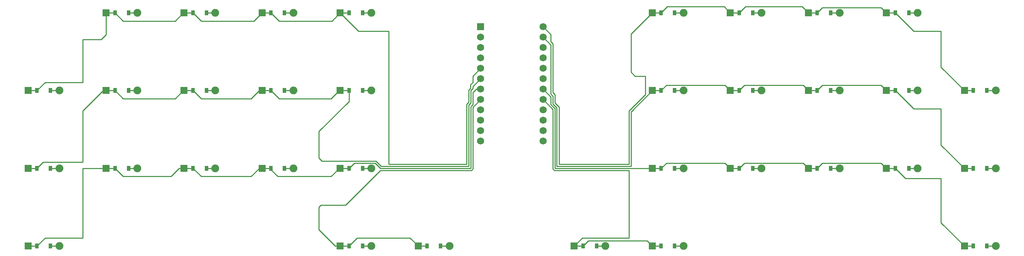
<source format=gbr>
%TF.GenerationSoftware,KiCad,Pcbnew,9.0.1*%
%TF.CreationDate,2025-05-09T00:25:46+02:00*%
%TF.ProjectId,cmrk,636d726b-2e6b-4696-9361-645f70636258,v1.0.0*%
%TF.SameCoordinates,Original*%
%TF.FileFunction,Copper,L1,Top*%
%TF.FilePolarity,Positive*%
%FSLAX46Y46*%
G04 Gerber Fmt 4.6, Leading zero omitted, Abs format (unit mm)*
G04 Created by KiCad (PCBNEW 9.0.1) date 2025-05-09 00:25:46*
%MOMM*%
%LPD*%
G01*
G04 APERTURE LIST*
%TA.AperFunction,ComponentPad*%
%ADD10R,1.778000X1.778000*%
%TD*%
%TA.AperFunction,SMDPad,CuDef*%
%ADD11R,0.900000X1.200000*%
%TD*%
%TA.AperFunction,ComponentPad*%
%ADD12C,1.905000*%
%TD*%
%TA.AperFunction,ComponentPad*%
%ADD13R,1.752600X1.752600*%
%TD*%
%TA.AperFunction,ComponentPad*%
%ADD14C,1.752600*%
%TD*%
%TA.AperFunction,Conductor*%
%ADD15C,0.250000*%
%TD*%
G04 APERTURE END LIST*
D10*
%TO.P,D22,1*%
%TO.N,P0*%
X305190000Y-67000000D03*
D11*
X307350000Y-67000000D03*
%TO.P,D22,2*%
%TO.N,mirror_ring_home*%
X310650000Y-67000000D03*
D12*
X312810000Y-67000000D03*
%TD*%
D10*
%TO.P,D10,1*%
%TO.N,P19*%
X153190000Y-86000000D03*
D11*
X155350000Y-86000000D03*
%TO.P,D10,2*%
%TO.N,index_bottom*%
X158650000Y-86000000D03*
D12*
X160810000Y-86000000D03*
%TD*%
D10*
%TO.P,D24,1*%
%TO.N,P4*%
X286190000Y-86000000D03*
D11*
X288350000Y-86000000D03*
%TO.P,D24,2*%
%TO.N,mirror_middle_bottom*%
X291650000Y-86000000D03*
D12*
X293810000Y-86000000D03*
%TD*%
D10*
%TO.P,D9,1*%
%TO.N,P21*%
X134190000Y-48000000D03*
D11*
X136350000Y-48000000D03*
%TO.P,D9,2*%
%TO.N,middle_top*%
X139650000Y-48000000D03*
D12*
X141810000Y-48000000D03*
%TD*%
D10*
%TO.P,D20,1*%
%TO.N,P1*%
X324190000Y-67000000D03*
D11*
X326350000Y-67000000D03*
%TO.P,D20,2*%
%TO.N,mirror_pinky_top*%
X329650000Y-67000000D03*
D12*
X331810000Y-67000000D03*
%TD*%
D10*
%TO.P,D33,1*%
%TO.N,P5*%
X248190000Y-105000000D03*
D11*
X250350000Y-105000000D03*
%TO.P,D33,2*%
%TO.N,mirror_tucky_cluster*%
X253650000Y-105000000D03*
D12*
X255810000Y-105000000D03*
%TD*%
D10*
%TO.P,D29,1*%
%TO.N,P1*%
X267190000Y-48000000D03*
D11*
X269350000Y-48000000D03*
%TO.P,D29,2*%
%TO.N,mirror_index_top*%
X272650000Y-48000000D03*
D12*
X274810000Y-48000000D03*
%TD*%
D10*
%TO.P,D18,1*%
%TO.N,P4*%
X324190000Y-105000000D03*
D11*
X326350000Y-105000000D03*
%TO.P,D18,2*%
%TO.N,mirror_pinky_bottom*%
X329650000Y-105000000D03*
D12*
X331810000Y-105000000D03*
%TD*%
D10*
%TO.P,D23,1*%
%TO.N,P1*%
X305190000Y-48000000D03*
D11*
X307350000Y-48000000D03*
%TO.P,D23,2*%
%TO.N,mirror_ring_top*%
X310650000Y-48000000D03*
D12*
X312810000Y-48000000D03*
%TD*%
D10*
%TO.P,D5,1*%
%TO.N,P20*%
X115190000Y-67000000D03*
D11*
X117350000Y-67000000D03*
%TO.P,D5,2*%
%TO.N,ring_home*%
X120650000Y-67000000D03*
D12*
X122810000Y-67000000D03*
%TD*%
D10*
%TO.P,D26,1*%
%TO.N,P1*%
X286190000Y-48000000D03*
D11*
X288350000Y-48000000D03*
%TO.P,D26,2*%
%TO.N,mirror_middle_top*%
X291650000Y-48000000D03*
D12*
X293810000Y-48000000D03*
%TD*%
D10*
%TO.P,D31,1*%
%TO.N,P0*%
X248190000Y-67000000D03*
D11*
X250350000Y-67000000D03*
%TO.P,D31,2*%
%TO.N,mirror_inner_home*%
X253650000Y-67000000D03*
D12*
X255810000Y-67000000D03*
%TD*%
D10*
%TO.P,D17,1*%
%TO.N,P18*%
X191190000Y-105000000D03*
D11*
X193350000Y-105000000D03*
%TO.P,D17,2*%
%TO.N,reachy_cluster*%
X196650000Y-105000000D03*
D12*
X198810000Y-105000000D03*
%TD*%
D10*
%TO.P,D14,1*%
%TO.N,P20*%
X172190000Y-67000000D03*
D11*
X174350000Y-67000000D03*
%TO.P,D14,2*%
%TO.N,inner_home*%
X177650000Y-67000000D03*
D12*
X179810000Y-67000000D03*
%TD*%
D10*
%TO.P,D19,1*%
%TO.N,P0*%
X324190000Y-86000000D03*
D11*
X326350000Y-86000000D03*
%TO.P,D19,2*%
%TO.N,mirror_pinky_home*%
X329650000Y-86000000D03*
D12*
X331810000Y-86000000D03*
%TD*%
D10*
%TO.P,D28,1*%
%TO.N,P0*%
X267190000Y-67000000D03*
D11*
X269350000Y-67000000D03*
%TO.P,D28,2*%
%TO.N,mirror_index_home*%
X272650000Y-67000000D03*
D12*
X274810000Y-67000000D03*
%TD*%
D10*
%TO.P,D34,1*%
%TO.N,P5*%
X229190000Y-105000000D03*
D11*
X231350000Y-105000000D03*
%TO.P,D34,2*%
%TO.N,mirror_reachy_cluster*%
X234650000Y-105000000D03*
D12*
X236810000Y-105000000D03*
%TD*%
D10*
%TO.P,D27,1*%
%TO.N,P4*%
X267190000Y-86000000D03*
D11*
X269350000Y-86000000D03*
%TO.P,D27,2*%
%TO.N,mirror_index_bottom*%
X272650000Y-86000000D03*
D12*
X274810000Y-86000000D03*
%TD*%
D10*
%TO.P,D6,1*%
%TO.N,P21*%
X115190000Y-48000000D03*
D11*
X117350000Y-48000000D03*
%TO.P,D6,2*%
%TO.N,ring_top*%
X120650000Y-48000000D03*
D12*
X122810000Y-48000000D03*
%TD*%
D10*
%TO.P,D8,1*%
%TO.N,P20*%
X134190000Y-67000000D03*
D11*
X136350000Y-67000000D03*
%TO.P,D8,2*%
%TO.N,middle_home*%
X139650000Y-67000000D03*
D12*
X141810000Y-67000000D03*
%TD*%
D10*
%TO.P,D30,1*%
%TO.N,P4*%
X248190000Y-86000000D03*
D11*
X250350000Y-86000000D03*
%TO.P,D30,2*%
%TO.N,mirror_inner_bottom*%
X253650000Y-86000000D03*
D12*
X255810000Y-86000000D03*
%TD*%
D10*
%TO.P,D11,1*%
%TO.N,P20*%
X153190000Y-67000000D03*
D11*
X155350000Y-67000000D03*
%TO.P,D11,2*%
%TO.N,index_home*%
X158650000Y-67000000D03*
D12*
X160810000Y-67000000D03*
%TD*%
D10*
%TO.P,D7,1*%
%TO.N,P19*%
X134190000Y-86000000D03*
D11*
X136350000Y-86000000D03*
%TO.P,D7,2*%
%TO.N,middle_bottom*%
X139650000Y-86000000D03*
D12*
X141810000Y-86000000D03*
%TD*%
D10*
%TO.P,D25,1*%
%TO.N,P0*%
X286190000Y-67000000D03*
D11*
X288350000Y-67000000D03*
%TO.P,D25,2*%
%TO.N,mirror_middle_home*%
X291650000Y-67000000D03*
D12*
X293810000Y-67000000D03*
%TD*%
D10*
%TO.P,D32,1*%
%TO.N,P1*%
X248190000Y-48000000D03*
D11*
X250350000Y-48000000D03*
%TO.P,D32,2*%
%TO.N,mirror_inner_top*%
X253650000Y-48000000D03*
D12*
X255810000Y-48000000D03*
%TD*%
D13*
%TO.P,MCU1,1*%
%TO.N,RAW*%
X206380000Y-51430000D03*
D14*
%TO.P,MCU1,2*%
%TO.N,GND*%
X206380000Y-53970000D03*
%TO.P,MCU1,3*%
%TO.N,RST*%
X206380000Y-56510000D03*
%TO.P,MCU1,4*%
%TO.N,VCC*%
X206380000Y-59050000D03*
%TO.P,MCU1,5*%
%TO.N,P21*%
X206380000Y-61590000D03*
%TO.P,MCU1,6*%
%TO.N,P20*%
X206380000Y-64130000D03*
%TO.P,MCU1,7*%
%TO.N,P19*%
X206380000Y-66670000D03*
%TO.P,MCU1,8*%
%TO.N,P18*%
X206380000Y-69210000D03*
%TO.P,MCU1,9*%
%TO.N,P15*%
X206380000Y-71750000D03*
%TO.P,MCU1,10*%
%TO.N,P14*%
X206380000Y-74290000D03*
%TO.P,MCU1,11*%
%TO.N,P16*%
X206380000Y-76830000D03*
%TO.P,MCU1,12*%
%TO.N,P10*%
X206380000Y-79370000D03*
%TO.P,MCU1,13*%
%TO.N,P1*%
X221620000Y-51430000D03*
%TO.P,MCU1,14*%
%TO.N,P0*%
X221620000Y-53970000D03*
%TO.P,MCU1,15*%
%TO.N,GND*%
X221620000Y-56510000D03*
%TO.P,MCU1,16*%
X221620000Y-59050000D03*
%TO.P,MCU1,17*%
%TO.N,P2*%
X221620000Y-61590000D03*
%TO.P,MCU1,18*%
%TO.N,P3*%
X221620000Y-64130000D03*
%TO.P,MCU1,19*%
%TO.N,P4*%
X221620000Y-66670000D03*
%TO.P,MCU1,20*%
%TO.N,P5*%
X221620000Y-69210000D03*
%TO.P,MCU1,21*%
%TO.N,P6*%
X221620000Y-71750000D03*
%TO.P,MCU1,22*%
%TO.N,P7*%
X221620000Y-74290000D03*
%TO.P,MCU1,23*%
%TO.N,P8*%
X221620000Y-76830000D03*
%TO.P,MCU1,24*%
%TO.N,P9*%
X221620000Y-79370000D03*
%TD*%
D10*
%TO.P,D1,1*%
%TO.N,P19*%
X96190000Y-105000000D03*
D11*
X98350000Y-105000000D03*
%TO.P,D1,2*%
%TO.N,pinky_bottom*%
X101650000Y-105000000D03*
D12*
X103810000Y-105000000D03*
%TD*%
D10*
%TO.P,D21,1*%
%TO.N,P4*%
X305190000Y-86000000D03*
D11*
X307350000Y-86000000D03*
%TO.P,D21,2*%
%TO.N,mirror_ring_bottom*%
X310650000Y-86000000D03*
D12*
X312810000Y-86000000D03*
%TD*%
D10*
%TO.P,D13,1*%
%TO.N,P19*%
X172190000Y-86000000D03*
D11*
X174350000Y-86000000D03*
%TO.P,D13,2*%
%TO.N,inner_bottom*%
X177650000Y-86000000D03*
D12*
X179810000Y-86000000D03*
%TD*%
D10*
%TO.P,D3,1*%
%TO.N,P21*%
X96190000Y-67000000D03*
D11*
X98350000Y-67000000D03*
%TO.P,D3,2*%
%TO.N,pinky_top*%
X101650000Y-67000000D03*
D12*
X103810000Y-67000000D03*
%TD*%
D10*
%TO.P,D16,1*%
%TO.N,P18*%
X172190000Y-105000000D03*
D11*
X174350000Y-105000000D03*
%TO.P,D16,2*%
%TO.N,tucky_cluster*%
X177650000Y-105000000D03*
D12*
X179810000Y-105000000D03*
%TD*%
D10*
%TO.P,D12,1*%
%TO.N,P21*%
X153190000Y-48000000D03*
D11*
X155350000Y-48000000D03*
%TO.P,D12,2*%
%TO.N,index_top*%
X158650000Y-48000000D03*
D12*
X160810000Y-48000000D03*
%TD*%
D10*
%TO.P,D15,1*%
%TO.N,P21*%
X172190000Y-48000000D03*
D11*
X174350000Y-48000000D03*
%TO.P,D15,2*%
%TO.N,inner_top*%
X177650000Y-48000000D03*
D12*
X179810000Y-48000000D03*
%TD*%
D10*
%TO.P,D2,1*%
%TO.N,P20*%
X96190000Y-86000000D03*
D11*
X98350000Y-86000000D03*
%TO.P,D2,2*%
%TO.N,pinky_home*%
X101650000Y-86000000D03*
D12*
X103810000Y-86000000D03*
%TD*%
D10*
%TO.P,D4,1*%
%TO.N,P19*%
X115190000Y-86000000D03*
D11*
X117350000Y-86000000D03*
%TO.P,D4,2*%
%TO.N,ring_bottom*%
X120650000Y-86000000D03*
D12*
X122810000Y-86000000D03*
%TD*%
D15*
%TO.N,P19*%
X136350000Y-86000000D02*
X134190000Y-86000000D01*
X153190000Y-86000000D02*
X152500000Y-86000000D01*
X119350000Y-88000000D02*
X117350000Y-86000000D01*
X133000000Y-86000000D02*
X131000000Y-88000000D01*
X172190000Y-86000000D02*
X172000000Y-86000000D01*
X117350000Y-86000000D02*
X115190000Y-86000000D01*
X180721500Y-84721500D02*
X175628500Y-84721500D01*
X172000000Y-86000000D02*
X170000000Y-88000000D01*
X109500000Y-103000000D02*
X100350000Y-103000000D01*
X98350000Y-105000000D02*
X96190000Y-105000000D01*
X115190000Y-86000000D02*
X109500000Y-86000000D01*
X150500000Y-88000000D02*
X138350000Y-88000000D01*
X157000000Y-88000000D02*
X155350000Y-86350000D01*
X206380000Y-66670000D02*
X205330000Y-66670000D01*
X205330000Y-66670000D02*
X204500000Y-67500000D01*
X174350000Y-86000000D02*
X172190000Y-86000000D01*
X204049000Y-70951000D02*
X204000000Y-71000000D01*
X204000000Y-86000000D02*
X182000000Y-86000000D01*
X131000000Y-88000000D02*
X119350000Y-88000000D01*
X175628500Y-84721500D02*
X174350000Y-86000000D01*
X204500000Y-67500000D02*
X204500000Y-70452190D01*
X155350000Y-86000000D02*
X153190000Y-86000000D01*
X182000000Y-86000000D02*
X180721500Y-84721500D01*
X204500000Y-70452190D02*
X204049000Y-70903190D01*
X100350000Y-103000000D02*
X98350000Y-105000000D01*
X109500000Y-86000000D02*
X109500000Y-103000000D01*
X204000000Y-71000000D02*
X204000000Y-86000000D01*
X155350000Y-86350000D02*
X155350000Y-86000000D01*
X134190000Y-86000000D02*
X133000000Y-86000000D01*
X138350000Y-88000000D02*
X136350000Y-86000000D01*
X204049000Y-70903190D02*
X204049000Y-70951000D01*
X170000000Y-88000000D02*
X157000000Y-88000000D01*
X152500000Y-86000000D02*
X150500000Y-88000000D01*
%TO.N,P20*%
X204500000Y-66010000D02*
X204500000Y-66500000D01*
X170000000Y-69000000D02*
X157350000Y-69000000D01*
X204500000Y-66500000D02*
X204000000Y-67000000D01*
X150500000Y-69000000D02*
X138350000Y-69000000D01*
X204000000Y-70000000D02*
X203500000Y-70500000D01*
X157350000Y-69000000D02*
X155350000Y-67000000D01*
X167770500Y-84270500D02*
X167000000Y-83500000D01*
X134190000Y-67000000D02*
X134000000Y-67000000D01*
X115190000Y-67000000D02*
X114500000Y-67000000D01*
X155350000Y-67000000D02*
X153190000Y-67000000D01*
X172000000Y-67000000D02*
X170000000Y-69000000D01*
X153190000Y-67000000D02*
X152500000Y-67000000D01*
X134000000Y-67000000D02*
X132000000Y-69000000D01*
X167000000Y-83500000D02*
X167000000Y-77000000D01*
X174350000Y-67000000D02*
X172190000Y-67000000D01*
X174350000Y-69650000D02*
X174350000Y-67000000D01*
X167000000Y-77000000D02*
X174350000Y-69650000D01*
X206380000Y-64130000D02*
X204500000Y-66010000D01*
X114500000Y-67000000D02*
X109500000Y-72000000D01*
X109500000Y-72000000D02*
X109500000Y-84500000D01*
X132000000Y-69000000D02*
X119350000Y-69000000D01*
X117350000Y-67000000D02*
X115190000Y-67000000D01*
X138350000Y-69000000D02*
X136350000Y-67000000D01*
X204000000Y-67000000D02*
X204000000Y-70000000D01*
X152500000Y-67000000D02*
X150500000Y-69000000D01*
X203500000Y-85549000D02*
X182186810Y-85549000D01*
X119350000Y-69000000D02*
X117350000Y-67000000D01*
X182186810Y-85549000D02*
X180908310Y-84270500D01*
X98350000Y-86000000D02*
X96190000Y-86000000D01*
X172190000Y-67000000D02*
X172000000Y-67000000D01*
X99850000Y-84500000D02*
X98350000Y-86000000D01*
X136350000Y-67000000D02*
X134190000Y-67000000D01*
X109500000Y-84500000D02*
X99850000Y-84500000D01*
X203500000Y-70500000D02*
X203500000Y-85549000D01*
X180908310Y-84270500D02*
X167770500Y-84270500D01*
%TO.N,P21*%
X172190000Y-48000000D02*
X170190000Y-50000000D01*
X203931095Y-65568905D02*
X204500000Y-65000000D01*
X184000000Y-85000000D02*
X203000000Y-85000000D01*
X98350000Y-67000000D02*
X96190000Y-67000000D01*
X203000000Y-70362190D02*
X203500000Y-69862190D01*
X134190000Y-48000000D02*
X134000000Y-48000000D01*
X174350000Y-48000000D02*
X172190000Y-48000000D01*
X151190000Y-50000000D02*
X138350000Y-50000000D01*
X204500000Y-63470000D02*
X206380000Y-61590000D01*
X119350000Y-50000000D02*
X117350000Y-48000000D01*
X203000000Y-85000000D02*
X203000000Y-70362190D01*
X172190000Y-48000000D02*
X176690000Y-52500000D01*
X100350000Y-65000000D02*
X98350000Y-67000000D01*
X176690000Y-52500000D02*
X184000000Y-52500000D01*
X204500000Y-65000000D02*
X204500000Y-63470000D01*
X109500000Y-54500000D02*
X109500000Y-65000000D01*
X203931095Y-66431095D02*
X203931095Y-65568905D01*
X132000000Y-50000000D02*
X119350000Y-50000000D01*
X184000000Y-52500000D02*
X184000000Y-85000000D01*
X136350000Y-48000000D02*
X134190000Y-48000000D01*
X115190000Y-48000000D02*
X115190000Y-53310000D01*
X115190000Y-53310000D02*
X114000000Y-54500000D01*
X134000000Y-48000000D02*
X132000000Y-50000000D01*
X109500000Y-65000000D02*
X100350000Y-65000000D01*
X138350000Y-50000000D02*
X136350000Y-48000000D01*
X203500000Y-66862190D02*
X203931095Y-66431095D01*
X117350000Y-48000000D02*
X115190000Y-48000000D01*
X157350000Y-50000000D02*
X155350000Y-48000000D01*
X114000000Y-54500000D02*
X109500000Y-54500000D01*
X170190000Y-50000000D02*
X157350000Y-50000000D01*
X203500000Y-69862190D02*
X203500000Y-66862190D01*
X153190000Y-48000000D02*
X151190000Y-50000000D01*
X155350000Y-48000000D02*
X153190000Y-48000000D01*
%TO.N,P18*%
X173500000Y-95000000D02*
X167500000Y-95000000D01*
X204500000Y-71090000D02*
X204500000Y-86137810D01*
X176350000Y-103000000D02*
X174350000Y-105000000D01*
X206380000Y-69210000D02*
X204500000Y-71090000D01*
X204500000Y-86137810D02*
X204137810Y-86500000D01*
X191190000Y-105000000D02*
X189190000Y-103000000D01*
X193350000Y-105000000D02*
X191190000Y-105000000D01*
X167000000Y-101000000D02*
X171000000Y-105000000D01*
X171000000Y-105000000D02*
X172190000Y-105000000D01*
X167000000Y-95500000D02*
X167000000Y-101000000D01*
X189190000Y-103000000D02*
X176350000Y-103000000D01*
X182000000Y-86500000D02*
X173500000Y-95000000D01*
X204137810Y-86500000D02*
X182000000Y-86500000D01*
X167500000Y-95000000D02*
X167000000Y-95500000D01*
X174350000Y-105000000D02*
X172190000Y-105000000D01*
%TO.N,P4*%
X305190000Y-86000000D02*
X307350000Y-86000000D01*
X265911500Y-84721500D02*
X267190000Y-86000000D01*
X318500000Y-99310000D02*
X324190000Y-105000000D01*
X318500000Y-88500000D02*
X318500000Y-99310000D01*
X223500000Y-68550000D02*
X223500000Y-70452190D01*
X223500000Y-70452190D02*
X224451000Y-71403190D01*
X269350000Y-86000000D02*
X270628500Y-84721500D01*
X270628500Y-84721500D02*
X284911500Y-84721500D01*
X250350000Y-86000000D02*
X251628500Y-84721500D01*
X286190000Y-86000000D02*
X288350000Y-86000000D01*
X267190000Y-86000000D02*
X269350000Y-86000000D01*
X303911500Y-84721500D02*
X305190000Y-86000000D01*
X288350000Y-86000000D02*
X289628500Y-84721500D01*
X248190000Y-86000000D02*
X250350000Y-86000000D01*
X324190000Y-105000000D02*
X326350000Y-105000000D01*
X289628500Y-84721500D02*
X303911500Y-84721500D01*
X307350000Y-86000000D02*
X309850000Y-88500000D01*
X221620000Y-66670000D02*
X223500000Y-68550000D01*
X224451000Y-85951000D02*
X224500000Y-86000000D01*
X284911500Y-84721500D02*
X286190000Y-86000000D01*
X309850000Y-88500000D02*
X318500000Y-88500000D01*
X224500000Y-86000000D02*
X248190000Y-86000000D01*
X224451000Y-71403190D02*
X224451000Y-85951000D01*
X251628500Y-84721500D02*
X265911500Y-84721500D01*
%TO.N,P0*%
X250350000Y-67000000D02*
X251628500Y-65721500D01*
X269350000Y-67000000D02*
X270628500Y-65721500D01*
X289628500Y-65721500D02*
X303911500Y-65721500D01*
X303911500Y-65721500D02*
X305190000Y-67000000D01*
X223951000Y-68363190D02*
X223951000Y-70265380D01*
X265911500Y-65721500D02*
X267190000Y-67000000D01*
X224902000Y-71216380D02*
X224902000Y-85500000D01*
X243000000Y-85500000D02*
X243000000Y-72190000D01*
X284911500Y-65721500D02*
X286190000Y-67000000D01*
X223500000Y-67912190D02*
X223951000Y-68363190D01*
X224902000Y-85500000D02*
X243000000Y-85500000D01*
X251628500Y-65721500D02*
X265911500Y-65721500D01*
X318500000Y-71500000D02*
X318500000Y-80310000D01*
X223500000Y-55850000D02*
X223500000Y-67912190D01*
X221620000Y-53970000D02*
X223500000Y-55850000D01*
X288350000Y-67000000D02*
X289628500Y-65721500D01*
X243000000Y-72190000D02*
X248190000Y-67000000D01*
X311850000Y-71500000D02*
X318500000Y-71500000D01*
X307350000Y-67000000D02*
X311850000Y-71500000D01*
X286190000Y-67000000D02*
X288350000Y-67000000D01*
X267190000Y-67000000D02*
X269350000Y-67000000D01*
X223951000Y-70265380D02*
X224902000Y-71216380D01*
X326350000Y-86000000D02*
X324190000Y-86000000D01*
X305190000Y-67000000D02*
X307350000Y-67000000D01*
X248190000Y-67000000D02*
X250350000Y-67000000D01*
X270628500Y-65721500D02*
X284911500Y-65721500D01*
X318500000Y-80310000D02*
X324190000Y-86000000D01*
%TO.N,P1*%
X224000000Y-67500000D02*
X224500000Y-68000000D01*
X225500000Y-85000000D02*
X242500000Y-85000000D01*
X246500000Y-68000000D02*
X246500000Y-63500000D01*
X265690000Y-46500000D02*
X267190000Y-48000000D01*
X284690000Y-46500000D02*
X286190000Y-48000000D01*
X221620000Y-51430000D02*
X223500000Y-53310000D01*
X224500000Y-68000000D02*
X224500000Y-70000000D01*
X307350000Y-48000000D02*
X305190000Y-48000000D01*
X224500000Y-70000000D02*
X225500000Y-71000000D01*
X307350000Y-48000000D02*
X311850000Y-52500000D01*
X243000000Y-62500000D02*
X243000000Y-53190000D01*
X243000000Y-53190000D02*
X248190000Y-48000000D01*
X324190000Y-67000000D02*
X326350000Y-67000000D01*
X303911500Y-46721500D02*
X305190000Y-48000000D01*
X289628500Y-46721500D02*
X303911500Y-46721500D01*
X267190000Y-48000000D02*
X269350000Y-48000000D01*
X225500000Y-71000000D02*
X225500000Y-85000000D01*
X242500000Y-72000000D02*
X246500000Y-68000000D01*
X269350000Y-48000000D02*
X270850000Y-46500000D01*
X242500000Y-85000000D02*
X242500000Y-72000000D01*
X311850000Y-52500000D02*
X318500000Y-52500000D01*
X250350000Y-48000000D02*
X251850000Y-46500000D01*
X288350000Y-48000000D02*
X289628500Y-46721500D01*
X248190000Y-48000000D02*
X250350000Y-48000000D01*
X246500000Y-63500000D02*
X244000000Y-63500000D01*
X223500000Y-53310000D02*
X223500000Y-55000000D01*
X318500000Y-52500000D02*
X318500000Y-61310000D01*
X223500000Y-55000000D02*
X224000000Y-55500000D01*
X224000000Y-55500000D02*
X224000000Y-67500000D01*
X244000000Y-63500000D02*
X243000000Y-62500000D01*
X251850000Y-46500000D02*
X265690000Y-46500000D01*
X286190000Y-48000000D02*
X288350000Y-48000000D01*
X318500000Y-61310000D02*
X324190000Y-67000000D01*
X270850000Y-46500000D02*
X284690000Y-46500000D01*
%TO.N,P5*%
X231190000Y-103000000D02*
X229190000Y-105000000D01*
X231350000Y-105000000D02*
X232628500Y-103721500D01*
X224000000Y-86137810D02*
X224362190Y-86500000D01*
X232628500Y-103721500D02*
X246911500Y-103721500D01*
X224362190Y-86500000D02*
X242500000Y-86500000D01*
X246911500Y-103721500D02*
X248190000Y-105000000D01*
X242500000Y-86500000D02*
X242500000Y-103000000D01*
X231350000Y-105000000D02*
X229190000Y-105000000D01*
X248190000Y-105000000D02*
X250350000Y-105000000D01*
X224000000Y-71590000D02*
X224000000Y-86137810D01*
X221620000Y-69210000D02*
X224000000Y-71590000D01*
X242500000Y-103000000D02*
X231190000Y-103000000D01*
%TO.N,pinky_bottom*%
X103810000Y-105000000D02*
X101650000Y-105000000D01*
%TO.N,pinky_home*%
X103810000Y-86000000D02*
X101650000Y-86000000D01*
%TO.N,pinky_top*%
X103810000Y-67000000D02*
X101650000Y-67000000D01*
%TO.N,ring_bottom*%
X122810000Y-86000000D02*
X120650000Y-86000000D01*
%TO.N,ring_home*%
X122810000Y-67000000D02*
X120650000Y-67000000D01*
%TO.N,ring_top*%
X122810000Y-48000000D02*
X120650000Y-48000000D01*
%TO.N,middle_bottom*%
X141810000Y-86000000D02*
X139650000Y-86000000D01*
%TO.N,middle_home*%
X141810000Y-67000000D02*
X139650000Y-67000000D01*
%TO.N,middle_top*%
X141810000Y-48000000D02*
X139650000Y-48000000D01*
%TO.N,index_bottom*%
X160810000Y-86000000D02*
X158650000Y-86000000D01*
%TO.N,index_home*%
X160810000Y-67000000D02*
X158650000Y-67000000D01*
%TO.N,index_top*%
X160810000Y-48000000D02*
X158650000Y-48000000D01*
%TO.N,inner_bottom*%
X179810000Y-86000000D02*
X177650000Y-86000000D01*
%TO.N,inner_home*%
X179810000Y-67000000D02*
X177650000Y-67000000D01*
%TO.N,inner_top*%
X179810000Y-48000000D02*
X177650000Y-48000000D01*
%TO.N,tucky_cluster*%
X179810000Y-105000000D02*
X177650000Y-105000000D01*
%TO.N,reachy_cluster*%
X198810000Y-105000000D02*
X196650000Y-105000000D01*
%TO.N,mirror_pinky_bottom*%
X331810000Y-105000000D02*
X329650000Y-105000000D01*
%TO.N,mirror_pinky_home*%
X331810000Y-86000000D02*
X329650000Y-86000000D01*
%TO.N,mirror_pinky_top*%
X331810000Y-67000000D02*
X329650000Y-67000000D01*
%TO.N,mirror_ring_bottom*%
X312810000Y-86000000D02*
X310650000Y-86000000D01*
%TO.N,mirror_ring_home*%
X312810000Y-67000000D02*
X310650000Y-67000000D01*
%TO.N,mirror_ring_top*%
X310650000Y-48000000D02*
X312810000Y-48000000D01*
%TO.N,mirror_middle_bottom*%
X293810000Y-86000000D02*
X291650000Y-86000000D01*
%TO.N,mirror_middle_home*%
X293810000Y-67000000D02*
X291650000Y-67000000D01*
%TO.N,mirror_middle_top*%
X291650000Y-48000000D02*
X293810000Y-48000000D01*
%TO.N,mirror_index_bottom*%
X274810000Y-86000000D02*
X272650000Y-86000000D01*
%TO.N,mirror_index_home*%
X274810000Y-67000000D02*
X272650000Y-67000000D01*
%TO.N,mirror_index_top*%
X272650000Y-48000000D02*
X274810000Y-48000000D01*
%TO.N,mirror_inner_bottom*%
X255810000Y-86000000D02*
X253650000Y-86000000D01*
%TO.N,mirror_inner_home*%
X255810000Y-67000000D02*
X253650000Y-67000000D01*
%TO.N,mirror_inner_top*%
X253650000Y-48000000D02*
X255810000Y-48000000D01*
%TO.N,mirror_tucky_cluster*%
X255810000Y-105000000D02*
X253650000Y-105000000D01*
%TO.N,mirror_reachy_cluster*%
X236810000Y-105000000D02*
X234650000Y-105000000D01*
%TD*%
M02*

</source>
